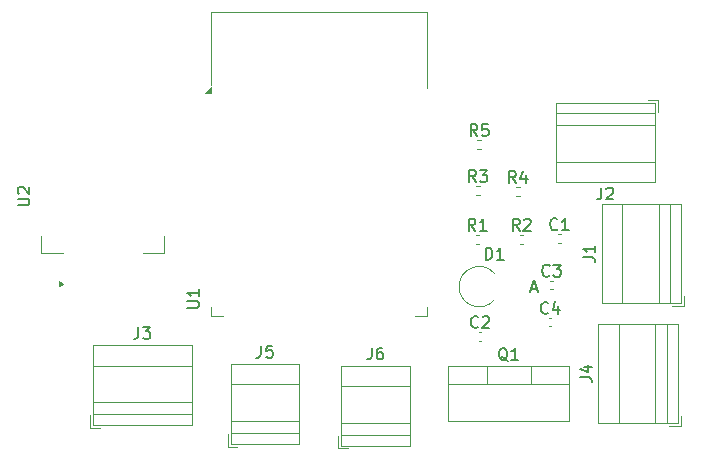
<source format=gbr>
%TF.GenerationSoftware,KiCad,Pcbnew,8.0.6*%
%TF.CreationDate,2024-12-07T16:12:25-04:00*%
%TF.ProjectId,Tarea Final,54617265-6120-4466-996e-616c2e6b6963,rev?*%
%TF.SameCoordinates,Original*%
%TF.FileFunction,Legend,Top*%
%TF.FilePolarity,Positive*%
%FSLAX46Y46*%
G04 Gerber Fmt 4.6, Leading zero omitted, Abs format (unit mm)*
G04 Created by KiCad (PCBNEW 8.0.6) date 2024-12-07 16:12:25*
%MOMM*%
%LPD*%
G01*
G04 APERTURE LIST*
%ADD10C,0.150000*%
%ADD11C,0.120000*%
G04 APERTURE END LIST*
D10*
X144901905Y-88504184D02*
X144901905Y-87504184D01*
X144901905Y-87504184D02*
X145140000Y-87504184D01*
X145140000Y-87504184D02*
X145282857Y-87551803D01*
X145282857Y-87551803D02*
X145378095Y-87647041D01*
X145378095Y-87647041D02*
X145425714Y-87742279D01*
X145425714Y-87742279D02*
X145473333Y-87932755D01*
X145473333Y-87932755D02*
X145473333Y-88075612D01*
X145473333Y-88075612D02*
X145425714Y-88266088D01*
X145425714Y-88266088D02*
X145378095Y-88361326D01*
X145378095Y-88361326D02*
X145282857Y-88456565D01*
X145282857Y-88456565D02*
X145140000Y-88504184D01*
X145140000Y-88504184D02*
X144901905Y-88504184D01*
X146425714Y-88504184D02*
X145854286Y-88504184D01*
X146140000Y-88504184D02*
X146140000Y-87504184D01*
X146140000Y-87504184D02*
X146044762Y-87647041D01*
X146044762Y-87647041D02*
X145949524Y-87742279D01*
X145949524Y-87742279D02*
X145854286Y-87789898D01*
X148771905Y-90969104D02*
X149248095Y-90969104D01*
X148676667Y-91254819D02*
X149010000Y-90254819D01*
X149010000Y-90254819D02*
X149343333Y-91254819D01*
X105284819Y-83921904D02*
X106094342Y-83921904D01*
X106094342Y-83921904D02*
X106189580Y-83874285D01*
X106189580Y-83874285D02*
X106237200Y-83826666D01*
X106237200Y-83826666D02*
X106284819Y-83731428D01*
X106284819Y-83731428D02*
X106284819Y-83540952D01*
X106284819Y-83540952D02*
X106237200Y-83445714D01*
X106237200Y-83445714D02*
X106189580Y-83398095D01*
X106189580Y-83398095D02*
X106094342Y-83350476D01*
X106094342Y-83350476D02*
X105284819Y-83350476D01*
X105380057Y-82921904D02*
X105332438Y-82874285D01*
X105332438Y-82874285D02*
X105284819Y-82779047D01*
X105284819Y-82779047D02*
X105284819Y-82540952D01*
X105284819Y-82540952D02*
X105332438Y-82445714D01*
X105332438Y-82445714D02*
X105380057Y-82398095D01*
X105380057Y-82398095D02*
X105475295Y-82350476D01*
X105475295Y-82350476D02*
X105570533Y-82350476D01*
X105570533Y-82350476D02*
X105713390Y-82398095D01*
X105713390Y-82398095D02*
X106284819Y-82969523D01*
X106284819Y-82969523D02*
X106284819Y-82350476D01*
X119644819Y-92591904D02*
X120454342Y-92591904D01*
X120454342Y-92591904D02*
X120549580Y-92544285D01*
X120549580Y-92544285D02*
X120597200Y-92496666D01*
X120597200Y-92496666D02*
X120644819Y-92401428D01*
X120644819Y-92401428D02*
X120644819Y-92210952D01*
X120644819Y-92210952D02*
X120597200Y-92115714D01*
X120597200Y-92115714D02*
X120549580Y-92068095D01*
X120549580Y-92068095D02*
X120454342Y-92020476D01*
X120454342Y-92020476D02*
X119644819Y-92020476D01*
X120644819Y-91020476D02*
X120644819Y-91591904D01*
X120644819Y-91306190D02*
X119644819Y-91306190D01*
X119644819Y-91306190D02*
X119787676Y-91401428D01*
X119787676Y-91401428D02*
X119882914Y-91496666D01*
X119882914Y-91496666D02*
X119930533Y-91591904D01*
X144203333Y-78044819D02*
X143870000Y-77568628D01*
X143631905Y-78044819D02*
X143631905Y-77044819D01*
X143631905Y-77044819D02*
X144012857Y-77044819D01*
X144012857Y-77044819D02*
X144108095Y-77092438D01*
X144108095Y-77092438D02*
X144155714Y-77140057D01*
X144155714Y-77140057D02*
X144203333Y-77235295D01*
X144203333Y-77235295D02*
X144203333Y-77378152D01*
X144203333Y-77378152D02*
X144155714Y-77473390D01*
X144155714Y-77473390D02*
X144108095Y-77521009D01*
X144108095Y-77521009D02*
X144012857Y-77568628D01*
X144012857Y-77568628D02*
X143631905Y-77568628D01*
X145108095Y-77044819D02*
X144631905Y-77044819D01*
X144631905Y-77044819D02*
X144584286Y-77521009D01*
X144584286Y-77521009D02*
X144631905Y-77473390D01*
X144631905Y-77473390D02*
X144727143Y-77425771D01*
X144727143Y-77425771D02*
X144965238Y-77425771D01*
X144965238Y-77425771D02*
X145060476Y-77473390D01*
X145060476Y-77473390D02*
X145108095Y-77521009D01*
X145108095Y-77521009D02*
X145155714Y-77616247D01*
X145155714Y-77616247D02*
X145155714Y-77854342D01*
X145155714Y-77854342D02*
X145108095Y-77949580D01*
X145108095Y-77949580D02*
X145060476Y-77997200D01*
X145060476Y-77997200D02*
X144965238Y-78044819D01*
X144965238Y-78044819D02*
X144727143Y-78044819D01*
X144727143Y-78044819D02*
X144631905Y-77997200D01*
X144631905Y-77997200D02*
X144584286Y-77949580D01*
X147463333Y-82034819D02*
X147130000Y-81558628D01*
X146891905Y-82034819D02*
X146891905Y-81034819D01*
X146891905Y-81034819D02*
X147272857Y-81034819D01*
X147272857Y-81034819D02*
X147368095Y-81082438D01*
X147368095Y-81082438D02*
X147415714Y-81130057D01*
X147415714Y-81130057D02*
X147463333Y-81225295D01*
X147463333Y-81225295D02*
X147463333Y-81368152D01*
X147463333Y-81368152D02*
X147415714Y-81463390D01*
X147415714Y-81463390D02*
X147368095Y-81511009D01*
X147368095Y-81511009D02*
X147272857Y-81558628D01*
X147272857Y-81558628D02*
X146891905Y-81558628D01*
X148320476Y-81368152D02*
X148320476Y-82034819D01*
X148082381Y-80987200D02*
X147844286Y-81701485D01*
X147844286Y-81701485D02*
X148463333Y-81701485D01*
X144083333Y-81944819D02*
X143750000Y-81468628D01*
X143511905Y-81944819D02*
X143511905Y-80944819D01*
X143511905Y-80944819D02*
X143892857Y-80944819D01*
X143892857Y-80944819D02*
X143988095Y-80992438D01*
X143988095Y-80992438D02*
X144035714Y-81040057D01*
X144035714Y-81040057D02*
X144083333Y-81135295D01*
X144083333Y-81135295D02*
X144083333Y-81278152D01*
X144083333Y-81278152D02*
X144035714Y-81373390D01*
X144035714Y-81373390D02*
X143988095Y-81421009D01*
X143988095Y-81421009D02*
X143892857Y-81468628D01*
X143892857Y-81468628D02*
X143511905Y-81468628D01*
X144416667Y-80944819D02*
X145035714Y-80944819D01*
X145035714Y-80944819D02*
X144702381Y-81325771D01*
X144702381Y-81325771D02*
X144845238Y-81325771D01*
X144845238Y-81325771D02*
X144940476Y-81373390D01*
X144940476Y-81373390D02*
X144988095Y-81421009D01*
X144988095Y-81421009D02*
X145035714Y-81516247D01*
X145035714Y-81516247D02*
X145035714Y-81754342D01*
X145035714Y-81754342D02*
X144988095Y-81849580D01*
X144988095Y-81849580D02*
X144940476Y-81897200D01*
X144940476Y-81897200D02*
X144845238Y-81944819D01*
X144845238Y-81944819D02*
X144559524Y-81944819D01*
X144559524Y-81944819D02*
X144464286Y-81897200D01*
X144464286Y-81897200D02*
X144416667Y-81849580D01*
X147783333Y-86054819D02*
X147450000Y-85578628D01*
X147211905Y-86054819D02*
X147211905Y-85054819D01*
X147211905Y-85054819D02*
X147592857Y-85054819D01*
X147592857Y-85054819D02*
X147688095Y-85102438D01*
X147688095Y-85102438D02*
X147735714Y-85150057D01*
X147735714Y-85150057D02*
X147783333Y-85245295D01*
X147783333Y-85245295D02*
X147783333Y-85388152D01*
X147783333Y-85388152D02*
X147735714Y-85483390D01*
X147735714Y-85483390D02*
X147688095Y-85531009D01*
X147688095Y-85531009D02*
X147592857Y-85578628D01*
X147592857Y-85578628D02*
X147211905Y-85578628D01*
X148164286Y-85150057D02*
X148211905Y-85102438D01*
X148211905Y-85102438D02*
X148307143Y-85054819D01*
X148307143Y-85054819D02*
X148545238Y-85054819D01*
X148545238Y-85054819D02*
X148640476Y-85102438D01*
X148640476Y-85102438D02*
X148688095Y-85150057D01*
X148688095Y-85150057D02*
X148735714Y-85245295D01*
X148735714Y-85245295D02*
X148735714Y-85340533D01*
X148735714Y-85340533D02*
X148688095Y-85483390D01*
X148688095Y-85483390D02*
X148116667Y-86054819D01*
X148116667Y-86054819D02*
X148735714Y-86054819D01*
X144043333Y-86054819D02*
X143710000Y-85578628D01*
X143471905Y-86054819D02*
X143471905Y-85054819D01*
X143471905Y-85054819D02*
X143852857Y-85054819D01*
X143852857Y-85054819D02*
X143948095Y-85102438D01*
X143948095Y-85102438D02*
X143995714Y-85150057D01*
X143995714Y-85150057D02*
X144043333Y-85245295D01*
X144043333Y-85245295D02*
X144043333Y-85388152D01*
X144043333Y-85388152D02*
X143995714Y-85483390D01*
X143995714Y-85483390D02*
X143948095Y-85531009D01*
X143948095Y-85531009D02*
X143852857Y-85578628D01*
X143852857Y-85578628D02*
X143471905Y-85578628D01*
X144995714Y-86054819D02*
X144424286Y-86054819D01*
X144710000Y-86054819D02*
X144710000Y-85054819D01*
X144710000Y-85054819D02*
X144614762Y-85197676D01*
X144614762Y-85197676D02*
X144519524Y-85292914D01*
X144519524Y-85292914D02*
X144424286Y-85340533D01*
X146764761Y-97090057D02*
X146669523Y-97042438D01*
X146669523Y-97042438D02*
X146574285Y-96947200D01*
X146574285Y-96947200D02*
X146431428Y-96804342D01*
X146431428Y-96804342D02*
X146336190Y-96756723D01*
X146336190Y-96756723D02*
X146240952Y-96756723D01*
X146288571Y-96994819D02*
X146193333Y-96947200D01*
X146193333Y-96947200D02*
X146098095Y-96851961D01*
X146098095Y-96851961D02*
X146050476Y-96661485D01*
X146050476Y-96661485D02*
X146050476Y-96328152D01*
X146050476Y-96328152D02*
X146098095Y-96137676D01*
X146098095Y-96137676D02*
X146193333Y-96042438D01*
X146193333Y-96042438D02*
X146288571Y-95994819D01*
X146288571Y-95994819D02*
X146479047Y-95994819D01*
X146479047Y-95994819D02*
X146574285Y-96042438D01*
X146574285Y-96042438D02*
X146669523Y-96137676D01*
X146669523Y-96137676D02*
X146717142Y-96328152D01*
X146717142Y-96328152D02*
X146717142Y-96661485D01*
X146717142Y-96661485D02*
X146669523Y-96851961D01*
X146669523Y-96851961D02*
X146574285Y-96947200D01*
X146574285Y-96947200D02*
X146479047Y-96994819D01*
X146479047Y-96994819D02*
X146288571Y-96994819D01*
X147669523Y-96994819D02*
X147098095Y-96994819D01*
X147383809Y-96994819D02*
X147383809Y-95994819D01*
X147383809Y-95994819D02*
X147288571Y-96137676D01*
X147288571Y-96137676D02*
X147193333Y-96232914D01*
X147193333Y-96232914D02*
X147098095Y-96280533D01*
X135256666Y-95964819D02*
X135256666Y-96679104D01*
X135256666Y-96679104D02*
X135209047Y-96821961D01*
X135209047Y-96821961D02*
X135113809Y-96917200D01*
X135113809Y-96917200D02*
X134970952Y-96964819D01*
X134970952Y-96964819D02*
X134875714Y-96964819D01*
X136161428Y-95964819D02*
X135970952Y-95964819D01*
X135970952Y-95964819D02*
X135875714Y-96012438D01*
X135875714Y-96012438D02*
X135828095Y-96060057D01*
X135828095Y-96060057D02*
X135732857Y-96202914D01*
X135732857Y-96202914D02*
X135685238Y-96393390D01*
X135685238Y-96393390D02*
X135685238Y-96774342D01*
X135685238Y-96774342D02*
X135732857Y-96869580D01*
X135732857Y-96869580D02*
X135780476Y-96917200D01*
X135780476Y-96917200D02*
X135875714Y-96964819D01*
X135875714Y-96964819D02*
X136066190Y-96964819D01*
X136066190Y-96964819D02*
X136161428Y-96917200D01*
X136161428Y-96917200D02*
X136209047Y-96869580D01*
X136209047Y-96869580D02*
X136256666Y-96774342D01*
X136256666Y-96774342D02*
X136256666Y-96536247D01*
X136256666Y-96536247D02*
X136209047Y-96441009D01*
X136209047Y-96441009D02*
X136161428Y-96393390D01*
X136161428Y-96393390D02*
X136066190Y-96345771D01*
X136066190Y-96345771D02*
X135875714Y-96345771D01*
X135875714Y-96345771D02*
X135780476Y-96393390D01*
X135780476Y-96393390D02*
X135732857Y-96441009D01*
X135732857Y-96441009D02*
X135685238Y-96536247D01*
X125891666Y-95814819D02*
X125891666Y-96529104D01*
X125891666Y-96529104D02*
X125844047Y-96671961D01*
X125844047Y-96671961D02*
X125748809Y-96767200D01*
X125748809Y-96767200D02*
X125605952Y-96814819D01*
X125605952Y-96814819D02*
X125510714Y-96814819D01*
X126844047Y-95814819D02*
X126367857Y-95814819D01*
X126367857Y-95814819D02*
X126320238Y-96291009D01*
X126320238Y-96291009D02*
X126367857Y-96243390D01*
X126367857Y-96243390D02*
X126463095Y-96195771D01*
X126463095Y-96195771D02*
X126701190Y-96195771D01*
X126701190Y-96195771D02*
X126796428Y-96243390D01*
X126796428Y-96243390D02*
X126844047Y-96291009D01*
X126844047Y-96291009D02*
X126891666Y-96386247D01*
X126891666Y-96386247D02*
X126891666Y-96624342D01*
X126891666Y-96624342D02*
X126844047Y-96719580D01*
X126844047Y-96719580D02*
X126796428Y-96767200D01*
X126796428Y-96767200D02*
X126701190Y-96814819D01*
X126701190Y-96814819D02*
X126463095Y-96814819D01*
X126463095Y-96814819D02*
X126367857Y-96767200D01*
X126367857Y-96767200D02*
X126320238Y-96719580D01*
X152914819Y-98473333D02*
X153629104Y-98473333D01*
X153629104Y-98473333D02*
X153771961Y-98520952D01*
X153771961Y-98520952D02*
X153867200Y-98616190D01*
X153867200Y-98616190D02*
X153914819Y-98759047D01*
X153914819Y-98759047D02*
X153914819Y-98854285D01*
X153248152Y-97568571D02*
X153914819Y-97568571D01*
X152867200Y-97806666D02*
X153581485Y-98044761D01*
X153581485Y-98044761D02*
X153581485Y-97425714D01*
X115506666Y-94214819D02*
X115506666Y-94929104D01*
X115506666Y-94929104D02*
X115459047Y-95071961D01*
X115459047Y-95071961D02*
X115363809Y-95167200D01*
X115363809Y-95167200D02*
X115220952Y-95214819D01*
X115220952Y-95214819D02*
X115125714Y-95214819D01*
X115887619Y-94214819D02*
X116506666Y-94214819D01*
X116506666Y-94214819D02*
X116173333Y-94595771D01*
X116173333Y-94595771D02*
X116316190Y-94595771D01*
X116316190Y-94595771D02*
X116411428Y-94643390D01*
X116411428Y-94643390D02*
X116459047Y-94691009D01*
X116459047Y-94691009D02*
X116506666Y-94786247D01*
X116506666Y-94786247D02*
X116506666Y-95024342D01*
X116506666Y-95024342D02*
X116459047Y-95119580D01*
X116459047Y-95119580D02*
X116411428Y-95167200D01*
X116411428Y-95167200D02*
X116316190Y-95214819D01*
X116316190Y-95214819D02*
X116030476Y-95214819D01*
X116030476Y-95214819D02*
X115935238Y-95167200D01*
X115935238Y-95167200D02*
X115887619Y-95119580D01*
X154716666Y-82414819D02*
X154716666Y-83129104D01*
X154716666Y-83129104D02*
X154669047Y-83271961D01*
X154669047Y-83271961D02*
X154573809Y-83367200D01*
X154573809Y-83367200D02*
X154430952Y-83414819D01*
X154430952Y-83414819D02*
X154335714Y-83414819D01*
X155145238Y-82510057D02*
X155192857Y-82462438D01*
X155192857Y-82462438D02*
X155288095Y-82414819D01*
X155288095Y-82414819D02*
X155526190Y-82414819D01*
X155526190Y-82414819D02*
X155621428Y-82462438D01*
X155621428Y-82462438D02*
X155669047Y-82510057D01*
X155669047Y-82510057D02*
X155716666Y-82605295D01*
X155716666Y-82605295D02*
X155716666Y-82700533D01*
X155716666Y-82700533D02*
X155669047Y-82843390D01*
X155669047Y-82843390D02*
X155097619Y-83414819D01*
X155097619Y-83414819D02*
X155716666Y-83414819D01*
X153184819Y-88323333D02*
X153899104Y-88323333D01*
X153899104Y-88323333D02*
X154041961Y-88370952D01*
X154041961Y-88370952D02*
X154137200Y-88466190D01*
X154137200Y-88466190D02*
X154184819Y-88609047D01*
X154184819Y-88609047D02*
X154184819Y-88704285D01*
X154184819Y-87323333D02*
X154184819Y-87894761D01*
X154184819Y-87609047D02*
X153184819Y-87609047D01*
X153184819Y-87609047D02*
X153327676Y-87704285D01*
X153327676Y-87704285D02*
X153422914Y-87799523D01*
X153422914Y-87799523D02*
X153470533Y-87894761D01*
X150203333Y-92999580D02*
X150155714Y-93047200D01*
X150155714Y-93047200D02*
X150012857Y-93094819D01*
X150012857Y-93094819D02*
X149917619Y-93094819D01*
X149917619Y-93094819D02*
X149774762Y-93047200D01*
X149774762Y-93047200D02*
X149679524Y-92951961D01*
X149679524Y-92951961D02*
X149631905Y-92856723D01*
X149631905Y-92856723D02*
X149584286Y-92666247D01*
X149584286Y-92666247D02*
X149584286Y-92523390D01*
X149584286Y-92523390D02*
X149631905Y-92332914D01*
X149631905Y-92332914D02*
X149679524Y-92237676D01*
X149679524Y-92237676D02*
X149774762Y-92142438D01*
X149774762Y-92142438D02*
X149917619Y-92094819D01*
X149917619Y-92094819D02*
X150012857Y-92094819D01*
X150012857Y-92094819D02*
X150155714Y-92142438D01*
X150155714Y-92142438D02*
X150203333Y-92190057D01*
X151060476Y-92428152D02*
X151060476Y-93094819D01*
X150822381Y-92047200D02*
X150584286Y-92761485D01*
X150584286Y-92761485D02*
X151203333Y-92761485D01*
X150323333Y-89849580D02*
X150275714Y-89897200D01*
X150275714Y-89897200D02*
X150132857Y-89944819D01*
X150132857Y-89944819D02*
X150037619Y-89944819D01*
X150037619Y-89944819D02*
X149894762Y-89897200D01*
X149894762Y-89897200D02*
X149799524Y-89801961D01*
X149799524Y-89801961D02*
X149751905Y-89706723D01*
X149751905Y-89706723D02*
X149704286Y-89516247D01*
X149704286Y-89516247D02*
X149704286Y-89373390D01*
X149704286Y-89373390D02*
X149751905Y-89182914D01*
X149751905Y-89182914D02*
X149799524Y-89087676D01*
X149799524Y-89087676D02*
X149894762Y-88992438D01*
X149894762Y-88992438D02*
X150037619Y-88944819D01*
X150037619Y-88944819D02*
X150132857Y-88944819D01*
X150132857Y-88944819D02*
X150275714Y-88992438D01*
X150275714Y-88992438D02*
X150323333Y-89040057D01*
X150656667Y-88944819D02*
X151275714Y-88944819D01*
X151275714Y-88944819D02*
X150942381Y-89325771D01*
X150942381Y-89325771D02*
X151085238Y-89325771D01*
X151085238Y-89325771D02*
X151180476Y-89373390D01*
X151180476Y-89373390D02*
X151228095Y-89421009D01*
X151228095Y-89421009D02*
X151275714Y-89516247D01*
X151275714Y-89516247D02*
X151275714Y-89754342D01*
X151275714Y-89754342D02*
X151228095Y-89849580D01*
X151228095Y-89849580D02*
X151180476Y-89897200D01*
X151180476Y-89897200D02*
X151085238Y-89944819D01*
X151085238Y-89944819D02*
X150799524Y-89944819D01*
X150799524Y-89944819D02*
X150704286Y-89897200D01*
X150704286Y-89897200D02*
X150656667Y-89849580D01*
X144273333Y-94199580D02*
X144225714Y-94247200D01*
X144225714Y-94247200D02*
X144082857Y-94294819D01*
X144082857Y-94294819D02*
X143987619Y-94294819D01*
X143987619Y-94294819D02*
X143844762Y-94247200D01*
X143844762Y-94247200D02*
X143749524Y-94151961D01*
X143749524Y-94151961D02*
X143701905Y-94056723D01*
X143701905Y-94056723D02*
X143654286Y-93866247D01*
X143654286Y-93866247D02*
X143654286Y-93723390D01*
X143654286Y-93723390D02*
X143701905Y-93532914D01*
X143701905Y-93532914D02*
X143749524Y-93437676D01*
X143749524Y-93437676D02*
X143844762Y-93342438D01*
X143844762Y-93342438D02*
X143987619Y-93294819D01*
X143987619Y-93294819D02*
X144082857Y-93294819D01*
X144082857Y-93294819D02*
X144225714Y-93342438D01*
X144225714Y-93342438D02*
X144273333Y-93390057D01*
X144654286Y-93390057D02*
X144701905Y-93342438D01*
X144701905Y-93342438D02*
X144797143Y-93294819D01*
X144797143Y-93294819D02*
X145035238Y-93294819D01*
X145035238Y-93294819D02*
X145130476Y-93342438D01*
X145130476Y-93342438D02*
X145178095Y-93390057D01*
X145178095Y-93390057D02*
X145225714Y-93485295D01*
X145225714Y-93485295D02*
X145225714Y-93580533D01*
X145225714Y-93580533D02*
X145178095Y-93723390D01*
X145178095Y-93723390D02*
X144606667Y-94294819D01*
X144606667Y-94294819D02*
X145225714Y-94294819D01*
X150983333Y-85919580D02*
X150935714Y-85967200D01*
X150935714Y-85967200D02*
X150792857Y-86014819D01*
X150792857Y-86014819D02*
X150697619Y-86014819D01*
X150697619Y-86014819D02*
X150554762Y-85967200D01*
X150554762Y-85967200D02*
X150459524Y-85871961D01*
X150459524Y-85871961D02*
X150411905Y-85776723D01*
X150411905Y-85776723D02*
X150364286Y-85586247D01*
X150364286Y-85586247D02*
X150364286Y-85443390D01*
X150364286Y-85443390D02*
X150411905Y-85252914D01*
X150411905Y-85252914D02*
X150459524Y-85157676D01*
X150459524Y-85157676D02*
X150554762Y-85062438D01*
X150554762Y-85062438D02*
X150697619Y-85014819D01*
X150697619Y-85014819D02*
X150792857Y-85014819D01*
X150792857Y-85014819D02*
X150935714Y-85062438D01*
X150935714Y-85062438D02*
X150983333Y-85110057D01*
X151935714Y-86014819D02*
X151364286Y-86014819D01*
X151650000Y-86014819D02*
X151650000Y-85014819D01*
X151650000Y-85014819D02*
X151554762Y-85157676D01*
X151554762Y-85157676D02*
X151459524Y-85252914D01*
X151459524Y-85252914D02*
X151364286Y-85300533D01*
D11*
%TO.C,D1*%
X145621551Y-91967366D02*
G75*
G02*
X145681153Y-89700000I-1251551J1167366D01*
G01*
%TO.C,U2*%
X107280000Y-87985000D02*
X109090000Y-87985000D01*
X117680000Y-87985000D02*
X115870000Y-87985000D01*
X107280000Y-86485000D02*
X107280000Y-87985000D01*
X117680000Y-86485000D02*
X117680000Y-87985000D01*
X109090000Y-90547500D02*
X108760000Y-90787500D01*
X108760000Y-90307500D01*
X109090000Y-90547500D01*
G36*
X109090000Y-90547500D02*
G01*
X108760000Y-90787500D01*
X108760000Y-90307500D01*
X109090000Y-90547500D01*
G37*
%TO.C,U1*%
X121680000Y-67540000D02*
X121680000Y-73700000D01*
X121680000Y-67540000D02*
X139920000Y-67540000D01*
X121680000Y-92500000D02*
X121680000Y-93280000D01*
X121680000Y-93280000D02*
X122680000Y-93280000D01*
X139920000Y-67540000D02*
X139920000Y-73955000D01*
X139920000Y-92500000D02*
X139920000Y-93280000D01*
X139920000Y-93280000D02*
X138920000Y-93280000D01*
X121675000Y-74425000D02*
X121175000Y-74425000D01*
X121675000Y-73925000D01*
X121675000Y-74425000D01*
G36*
X121675000Y-74425000D02*
G01*
X121175000Y-74425000D01*
X121675000Y-73925000D01*
X121675000Y-74425000D01*
G37*
%TO.C,R5*%
X144216359Y-78380000D02*
X144523641Y-78380000D01*
X144216359Y-79140000D02*
X144523641Y-79140000D01*
%TO.C,R4*%
X147476359Y-82370000D02*
X147783641Y-82370000D01*
X147476359Y-83130000D02*
X147783641Y-83130000D01*
%TO.C,R3*%
X144096359Y-82280000D02*
X144403641Y-82280000D01*
X144096359Y-83040000D02*
X144403641Y-83040000D01*
%TO.C,R2*%
X147796359Y-86390000D02*
X148103641Y-86390000D01*
X147796359Y-87150000D02*
X148103641Y-87150000D01*
%TO.C,R1*%
X144056359Y-86390000D02*
X144363641Y-86390000D01*
X144056359Y-87150000D02*
X144363641Y-87150000D01*
%TO.C,Q1*%
X141740000Y-97540000D02*
X141740000Y-102181000D01*
X141740000Y-97540000D02*
X151980000Y-97540000D01*
X141740000Y-99050000D02*
X151980000Y-99050000D01*
X141740000Y-102181000D02*
X151980000Y-102181000D01*
X145010000Y-97540000D02*
X145010000Y-99050000D01*
X148711000Y-97540000D02*
X148711000Y-99050000D01*
X151980000Y-97540000D02*
X151980000Y-102181000D01*
%TO.C,J6*%
X132680000Y-103330000D02*
X138500000Y-103330000D01*
X132680000Y-102330000D02*
X138500000Y-102330000D01*
X132680000Y-99229000D02*
X138500000Y-99229000D01*
X132680000Y-97510000D02*
X138500000Y-97510000D01*
X132680000Y-104250000D02*
X138500000Y-104250000D01*
X132680000Y-97510000D02*
X132680000Y-104250000D01*
X138500000Y-97510000D02*
X138500000Y-104250000D01*
X132440000Y-103450000D02*
X132440000Y-104490000D01*
X132440000Y-104490000D02*
X133240000Y-104490000D01*
%TO.C,J5*%
X123315000Y-103180000D02*
X129135000Y-103180000D01*
X123315000Y-102180000D02*
X129135000Y-102180000D01*
X123315000Y-99079000D02*
X129135000Y-99079000D01*
X123315000Y-97360000D02*
X129135000Y-97360000D01*
X123315000Y-104100000D02*
X129135000Y-104100000D01*
X123315000Y-97360000D02*
X123315000Y-104100000D01*
X129135000Y-97360000D02*
X129135000Y-104100000D01*
X123075000Y-103300000D02*
X123075000Y-104340000D01*
X123075000Y-104340000D02*
X123875000Y-104340000D01*
%TO.C,J4*%
X160280000Y-102320000D02*
X160280000Y-93959000D01*
X159280000Y-102320000D02*
X159280000Y-93959000D01*
X156179000Y-102320000D02*
X156179000Y-93959000D01*
X154460000Y-102320000D02*
X154460000Y-93959000D01*
X161200000Y-102320000D02*
X161200000Y-93959000D01*
X154460000Y-102320000D02*
X161200000Y-102320000D01*
X154460000Y-93959000D02*
X161200000Y-93959000D01*
X160400000Y-102560000D02*
X161440000Y-102560000D01*
X161440000Y-102560000D02*
X161440000Y-101760000D01*
%TO.C,J3*%
X111660000Y-101580000D02*
X120021000Y-101580000D01*
X111660000Y-100580000D02*
X120021000Y-100580000D01*
X111660000Y-97479000D02*
X120021000Y-97479000D01*
X111660000Y-95760000D02*
X120021000Y-95760000D01*
X111660000Y-102500000D02*
X120021000Y-102500000D01*
X111660000Y-95760000D02*
X111660000Y-102500000D01*
X120021000Y-95760000D02*
X120021000Y-102500000D01*
X111420000Y-101700000D02*
X111420000Y-102740000D01*
X111420000Y-102740000D02*
X112220000Y-102740000D01*
%TO.C,J2*%
X159230000Y-76140000D02*
X150869000Y-76140000D01*
X159230000Y-77140000D02*
X150869000Y-77140000D01*
X159230000Y-80241000D02*
X150869000Y-80241000D01*
X159230000Y-81960000D02*
X150869000Y-81960000D01*
X159230000Y-75220000D02*
X150869000Y-75220000D01*
X159230000Y-81960000D02*
X159230000Y-75220000D01*
X150869000Y-81960000D02*
X150869000Y-75220000D01*
X159470000Y-76020000D02*
X159470000Y-74980000D01*
X159470000Y-74980000D02*
X158670000Y-74980000D01*
%TO.C,J1*%
X160550000Y-92170000D02*
X160550000Y-83809000D01*
X159550000Y-92170000D02*
X159550000Y-83809000D01*
X156449000Y-92170000D02*
X156449000Y-83809000D01*
X154730000Y-92170000D02*
X154730000Y-83809000D01*
X161470000Y-92170000D02*
X161470000Y-83809000D01*
X154730000Y-92170000D02*
X161470000Y-92170000D01*
X154730000Y-83809000D02*
X161470000Y-83809000D01*
X160670000Y-92410000D02*
X161710000Y-92410000D01*
X161710000Y-92410000D02*
X161710000Y-91610000D01*
%TO.C,C4*%
X150262164Y-93440000D02*
X150477836Y-93440000D01*
X150262164Y-94160000D02*
X150477836Y-94160000D01*
%TO.C,C3*%
X150382164Y-90290000D02*
X150597836Y-90290000D01*
X150382164Y-91010000D02*
X150597836Y-91010000D01*
%TO.C,C2*%
X144332164Y-94640000D02*
X144547836Y-94640000D01*
X144332164Y-95360000D02*
X144547836Y-95360000D01*
%TO.C,C1*%
X151042164Y-86360000D02*
X151257836Y-86360000D01*
X151042164Y-87080000D02*
X151257836Y-87080000D01*
%TD*%
M02*

</source>
